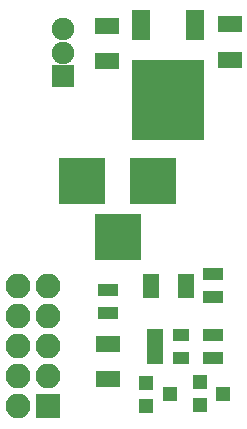
<source format=gts>
G04 #@! TF.FileFunction,Soldermask,Top*
%FSLAX46Y46*%
G04 Gerber Fmt 4.6, Leading zero omitted, Abs format (unit mm)*
G04 Created by KiCad (PCBNEW 4.0.7-e1-6374~58~ubuntu16.04.1) date Sun Aug 13 09:38:41 2017*
%MOMM*%
%LPD*%
G01*
G04 APERTURE LIST*
%ADD10C,0.100000*%
%ADD11R,3.900000X3.900000*%
%ADD12R,1.900000X1.900000*%
%ADD13C,1.900000*%
%ADD14R,2.000000X1.400000*%
%ADD15R,1.400000X2.000000*%
%ADD16R,2.100000X2.100000*%
%ADD17O,2.100000X2.100000*%
%ADD18R,1.300000X1.200000*%
%ADD19R,1.700000X1.100000*%
%ADD20R,1.460000X1.050000*%
%ADD21R,1.600000X2.600000*%
%ADD22R,6.200000X6.800000*%
G04 APERTURE END LIST*
D10*
D11*
X166370000Y-80010000D03*
X160370000Y-80010000D03*
X163370000Y-84710000D03*
D12*
X158750000Y-71120000D03*
D13*
X158750000Y-69120000D03*
X158750000Y-67120000D03*
D14*
X172847000Y-66723000D03*
X172847000Y-69723000D03*
X162433000Y-66850000D03*
X162433000Y-69850000D03*
X162560000Y-93750000D03*
X162560000Y-96750000D03*
D15*
X169140000Y-88900000D03*
X166140000Y-88900000D03*
D16*
X157480000Y-99060000D03*
D17*
X154940000Y-99060000D03*
X157480000Y-96520000D03*
X154940000Y-96520000D03*
X157480000Y-93980000D03*
X154940000Y-93980000D03*
X157480000Y-91440000D03*
X154940000Y-91440000D03*
X157480000Y-88900000D03*
X154940000Y-88900000D03*
D18*
X170307000Y-97033000D03*
X170307000Y-98933000D03*
X172307000Y-97983000D03*
X165767000Y-97094000D03*
X165767000Y-98994000D03*
X167767000Y-98044000D03*
D19*
X162560000Y-91120000D03*
X162560000Y-89220000D03*
X171450000Y-93030000D03*
X171450000Y-94930000D03*
X171450000Y-87889000D03*
X171450000Y-89789000D03*
D20*
X166540000Y-93030000D03*
X166540000Y-93980000D03*
X166540000Y-94930000D03*
X168740000Y-94930000D03*
X168740000Y-93030000D03*
D21*
X169920000Y-66793000D03*
X165360000Y-66793000D03*
D22*
X167640000Y-73093000D03*
M02*

</source>
